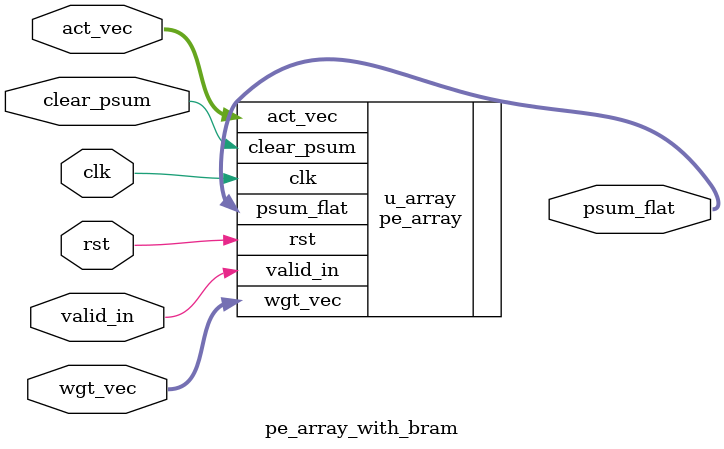
<source format=v>
module pe_array_with_bram #(
    parameter TILE_C = 8,
    parameter TILE_W = 8,
    parameter DATA_W = 8,
    parameter WGT_W  = 8,
    parameter PSUM_W = 32
)(
    input  wire                             clk,
    input  wire                             rst,

    // À´×Ô Activation Buffer / BRAM µÄ 8 ¸ö activation
    input  wire [TILE_W*DATA_W-1:0]        act_vec,

    // À´×Ô Weight Buffer / BRAM µÄ 8 ¸ö weight
    input  wire [TILE_C*WGT_W-1:0]         wgt_vec,

    input  wire                             valid_in,
    input  wire                             clear_psum,

    output wire [TILE_C*TILE_W*PSUM_W-1:0] psum_flat
);

    // Register inputs to align timing with BRAM outputs
    reg  [TILE_W*DATA_W-1:0] act_vec_r;
    reg  [TILE_C*WGT_W-1:0]  wgt_vec_r;
    reg                      valid_in_r;
    reg                      clear_psum_r;

    always @(posedge clk) begin
        if (rst) begin
            act_vec_r    <= 0;
            wgt_vec_r    <= 0;
            valid_in_r   <= 0;
            clear_psum_r <= 0;
        end else begin
            act_vec_r    <= act_vec;
            wgt_vec_r    <= wgt_vec;
            valid_in_r   <= valid_in;
            clear_psum_r <= clear_psum;
        end
    end
    pe_array #(
        .TILE_C (TILE_C),
        .TILE_W (TILE_W),
        .DATA_W (DATA_W),
        .WGT_W  (WGT_W),
        .PSUM_W (PSUM_W)
    ) u_array (
        .clk       (clk),
        .rst       (rst),
        .act_vec   (act_vec),
        .wgt_vec   (wgt_vec),
        .valid_in  (valid_in),
        .clear_psum(clear_psum),
        .psum_flat (psum_flat)
    );

endmodule

</source>
